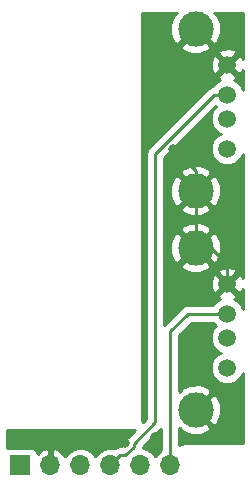
<source format=gbr>
G04 #@! TF.GenerationSoftware,KiCad,Pcbnew,(5.0.0)*
G04 #@! TF.CreationDate,2018-12-19T21:55:00+01:00*
G04 #@! TF.ProjectId,main,6D61696E2E6B696361645F7063620000,rev?*
G04 #@! TF.SameCoordinates,Original*
G04 #@! TF.FileFunction,Copper,L2,Bot,Signal*
G04 #@! TF.FilePolarity,Positive*
%FSLAX46Y46*%
G04 Gerber Fmt 4.6, Leading zero omitted, Abs format (unit mm)*
G04 Created by KiCad (PCBNEW (5.0.0)) date 12/19/18 21:55:00*
%MOMM*%
%LPD*%
G01*
G04 APERTURE LIST*
G04 #@! TA.AperFunction,ComponentPad*
%ADD10O,1.700000X1.700000*%
G04 #@! TD*
G04 #@! TA.AperFunction,ComponentPad*
%ADD11R,1.700000X1.700000*%
G04 #@! TD*
G04 #@! TA.AperFunction,ComponentPad*
%ADD12C,1.500000*%
G04 #@! TD*
G04 #@! TA.AperFunction,ComponentPad*
%ADD13C,3.000000*%
G04 #@! TD*
G04 #@! TA.AperFunction,ViaPad*
%ADD14C,0.800000*%
G04 #@! TD*
G04 #@! TA.AperFunction,Conductor*
%ADD15C,0.250000*%
G04 #@! TD*
G04 #@! TA.AperFunction,Conductor*
%ADD16C,0.254000*%
G04 #@! TD*
G04 APERTURE END LIST*
D10*
G04 #@! TO.P,J3,6*
G04 #@! TO.N,USB2_DP*
X242595400Y-164477700D03*
G04 #@! TO.P,J3,5*
G04 #@! TO.N,USB2_DM*
X240055400Y-164477700D03*
G04 #@! TO.P,J3,4*
G04 #@! TO.N,USB1_DP*
X237515400Y-164477700D03*
G04 #@! TO.P,J3,3*
G04 #@! TO.N,USB1_DM*
X234975400Y-164477700D03*
G04 #@! TO.P,J3,2*
G04 #@! TO.N,GND*
X232435400Y-164477700D03*
D11*
G04 #@! TO.P,J3,1*
G04 #@! TO.N,+5V*
X229895400Y-164477700D03*
G04 #@! TD*
D12*
G04 #@! TO.P,J1,4*
G04 #@! TO.N,GND*
X247396000Y-130558000D03*
G04 #@! TO.P,J1,3*
G04 #@! TO.N,USB1_DP*
X247396000Y-133098000D03*
G04 #@! TO.P,J1,2*
G04 #@! TO.N,USB1_DM*
X247396000Y-135128000D03*
G04 #@! TO.P,J1,1*
G04 #@! TO.N,+5V*
X247396000Y-137668000D03*
D13*
G04 #@! TO.P,J1,5*
G04 #@! TO.N,GND*
X244726000Y-127508000D03*
X244726000Y-141228000D03*
G04 #@! TD*
G04 #@! TO.P,J2,5*
G04 #@! TO.N,GND*
X244726000Y-159770000D03*
X244726000Y-146050000D03*
D12*
G04 #@! TO.P,J2,1*
G04 #@! TO.N,+5V*
X247396000Y-156210000D03*
G04 #@! TO.P,J2,2*
G04 #@! TO.N,USB2_DM*
X247396000Y-153670000D03*
G04 #@! TO.P,J2,3*
G04 #@! TO.N,USB2_DP*
X247396000Y-151640000D03*
G04 #@! TO.P,J2,4*
G04 #@! TO.N,GND*
X247396000Y-149100000D03*
G04 #@! TD*
D14*
G04 #@! TO.N,GND*
X242824000Y-137668000D03*
X235712000Y-162052000D03*
X241300000Y-162052000D03*
X238760000Y-162560000D03*
G04 #@! TD*
D15*
G04 #@! TO.N,GND*
X244726000Y-139570000D02*
X244726000Y-141228000D01*
X242824000Y-137668000D02*
X244726000Y-139570000D01*
X244726000Y-141228000D02*
X244726000Y-144780000D01*
X247396000Y-147450000D02*
X247396000Y-147830000D01*
X244726000Y-144780000D02*
X247396000Y-147450000D01*
X238252000Y-162052000D02*
X238360001Y-162160001D01*
X238360001Y-162160001D02*
X238760000Y-162560000D01*
X235712000Y-162052000D02*
X238252000Y-162052000D01*
X247396000Y-147830000D02*
X247396000Y-148592000D01*
G04 #@! TO.N,USB1_DP*
X241300000Y-160839004D02*
X241300000Y-138118998D01*
X246335340Y-133098000D02*
X247396000Y-133098000D01*
X238765303Y-163627701D02*
X239485002Y-162908002D01*
X239485002Y-162908002D02*
X239485002Y-162654002D01*
X241300000Y-138118998D02*
X246320998Y-133098000D01*
X237515400Y-164477700D02*
X238365399Y-163627701D01*
X246320998Y-133098000D02*
X246335340Y-133098000D01*
X239485002Y-162654002D02*
X241300000Y-160839004D01*
X238365399Y-163627701D02*
X238765303Y-163627701D01*
G04 #@! TO.N,USB2_DP*
X247396000Y-151638000D02*
X247396000Y-151132000D01*
X244094000Y-151638000D02*
X247396000Y-151638000D01*
X242595400Y-164477700D02*
X242595400Y-153136600D01*
X242595400Y-153136600D02*
X244094000Y-151638000D01*
G04 #@! TD*
D16*
G04 #@! TO.N,GND*
G36*
X239522000Y-161505909D02*
X239567305Y-161496897D01*
X239000531Y-162063672D01*
X238937073Y-162106073D01*
X238769098Y-162357465D01*
X238725002Y-162579150D01*
X238725002Y-162579155D01*
X238721515Y-162596688D01*
X238450502Y-162867701D01*
X238440245Y-162867701D01*
X238365398Y-162852813D01*
X238290551Y-162867701D01*
X238290547Y-162867701D01*
X238068862Y-162911797D01*
X237882145Y-163036558D01*
X237661656Y-162992700D01*
X237369144Y-162992700D01*
X236935982Y-163078861D01*
X236444775Y-163407075D01*
X236245400Y-163705461D01*
X236046025Y-163407075D01*
X235554818Y-163078861D01*
X235121656Y-162992700D01*
X234829144Y-162992700D01*
X234395982Y-163078861D01*
X233904775Y-163407075D01*
X233691557Y-163726178D01*
X233630583Y-163596342D01*
X233202324Y-163206055D01*
X232792290Y-163036224D01*
X232562400Y-163157545D01*
X232562400Y-164350700D01*
X232582400Y-164350700D01*
X232582400Y-164604700D01*
X232562400Y-164604700D01*
X232562400Y-164624700D01*
X232308400Y-164624700D01*
X232308400Y-164604700D01*
X232288400Y-164604700D01*
X232288400Y-164350700D01*
X232308400Y-164350700D01*
X232308400Y-163157545D01*
X232078510Y-163036224D01*
X231668476Y-163206055D01*
X231364139Y-163483408D01*
X231343557Y-163379935D01*
X231203209Y-163169891D01*
X230993165Y-163029543D01*
X230745400Y-162980260D01*
X229045400Y-162980260D01*
X228802000Y-163028675D01*
X228802000Y-161492000D01*
X239452074Y-161492000D01*
X239522000Y-161505909D01*
X239522000Y-161505909D01*
G37*
X239522000Y-161505909D02*
X239567305Y-161496897D01*
X239000531Y-162063672D01*
X238937073Y-162106073D01*
X238769098Y-162357465D01*
X238725002Y-162579150D01*
X238725002Y-162579155D01*
X238721515Y-162596688D01*
X238450502Y-162867701D01*
X238440245Y-162867701D01*
X238365398Y-162852813D01*
X238290551Y-162867701D01*
X238290547Y-162867701D01*
X238068862Y-162911797D01*
X237882145Y-163036558D01*
X237661656Y-162992700D01*
X237369144Y-162992700D01*
X236935982Y-163078861D01*
X236444775Y-163407075D01*
X236245400Y-163705461D01*
X236046025Y-163407075D01*
X235554818Y-163078861D01*
X235121656Y-162992700D01*
X234829144Y-162992700D01*
X234395982Y-163078861D01*
X233904775Y-163407075D01*
X233691557Y-163726178D01*
X233630583Y-163596342D01*
X233202324Y-163206055D01*
X232792290Y-163036224D01*
X232562400Y-163157545D01*
X232562400Y-164350700D01*
X232582400Y-164350700D01*
X232582400Y-164604700D01*
X232562400Y-164604700D01*
X232562400Y-164624700D01*
X232308400Y-164624700D01*
X232308400Y-164604700D01*
X232288400Y-164604700D01*
X232288400Y-164350700D01*
X232308400Y-164350700D01*
X232308400Y-163157545D01*
X232078510Y-163036224D01*
X231668476Y-163206055D01*
X231364139Y-163483408D01*
X231343557Y-163379935D01*
X231203209Y-163169891D01*
X230993165Y-163029543D01*
X230745400Y-162980260D01*
X229045400Y-162980260D01*
X228802000Y-163028675D01*
X228802000Y-161492000D01*
X239452074Y-161492000D01*
X239522000Y-161505909D01*
G36*
X241835400Y-163199522D02*
X241524775Y-163407075D01*
X241325400Y-163705461D01*
X241126025Y-163407075D01*
X240634818Y-163078861D01*
X240241468Y-163000619D01*
X240245002Y-162982854D01*
X240245002Y-162982850D01*
X240248490Y-162965315D01*
X241784473Y-161429333D01*
X241835400Y-161395304D01*
X241835400Y-163199522D01*
X241835400Y-163199522D01*
G37*
X241835400Y-163199522D02*
X241524775Y-163407075D01*
X241325400Y-163705461D01*
X241126025Y-163407075D01*
X240634818Y-163078861D01*
X240241468Y-163000619D01*
X240245002Y-162982854D01*
X240245002Y-162982850D01*
X240248490Y-162965315D01*
X241784473Y-161429333D01*
X241835400Y-161395304D01*
X241835400Y-163199522D01*
G36*
X246221853Y-152424540D02*
X246452313Y-152655000D01*
X246221853Y-152885460D01*
X246011000Y-153394506D01*
X246011000Y-153945494D01*
X246221853Y-154454540D01*
X246611460Y-154844147D01*
X246842870Y-154940000D01*
X246611460Y-155035853D01*
X246221853Y-155425460D01*
X246011000Y-155934506D01*
X246011000Y-156485494D01*
X246221853Y-156994540D01*
X246611460Y-157384147D01*
X247120506Y-157595000D01*
X247671494Y-157595000D01*
X248180540Y-157384147D01*
X248570147Y-156994540D01*
X248718001Y-156637588D01*
X248718001Y-162612000D01*
X243909926Y-162612000D01*
X243840000Y-162598091D01*
X243770075Y-162612000D01*
X243770074Y-162612000D01*
X243562972Y-162653195D01*
X243355400Y-162791890D01*
X243355400Y-161320208D01*
X243391636Y-161283972D01*
X243551418Y-161602739D01*
X244342187Y-161912723D01*
X245191387Y-161896497D01*
X245900582Y-161602739D01*
X246060365Y-161283970D01*
X244726000Y-159949605D01*
X244711858Y-159963748D01*
X244532253Y-159784143D01*
X244546395Y-159770000D01*
X244905605Y-159770000D01*
X246239970Y-161104365D01*
X246558739Y-160944582D01*
X246868723Y-160153813D01*
X246852497Y-159304613D01*
X246558739Y-158595418D01*
X246239970Y-158435635D01*
X244905605Y-159770000D01*
X244546395Y-159770000D01*
X244532253Y-159755858D01*
X244711858Y-159576253D01*
X244726000Y-159590395D01*
X246060365Y-158256030D01*
X245900582Y-157937261D01*
X245109813Y-157627277D01*
X244260613Y-157643503D01*
X243551418Y-157937261D01*
X243391636Y-158256028D01*
X243355400Y-158219792D01*
X243355400Y-153451401D01*
X244408803Y-152398000D01*
X246210860Y-152398000D01*
X246221853Y-152424540D01*
X246221853Y-152424540D01*
G37*
X246221853Y-152424540D02*
X246452313Y-152655000D01*
X246221853Y-152885460D01*
X246011000Y-153394506D01*
X246011000Y-153945494D01*
X246221853Y-154454540D01*
X246611460Y-154844147D01*
X246842870Y-154940000D01*
X246611460Y-155035853D01*
X246221853Y-155425460D01*
X246011000Y-155934506D01*
X246011000Y-156485494D01*
X246221853Y-156994540D01*
X246611460Y-157384147D01*
X247120506Y-157595000D01*
X247671494Y-157595000D01*
X248180540Y-157384147D01*
X248570147Y-156994540D01*
X248718001Y-156637588D01*
X248718001Y-162612000D01*
X243909926Y-162612000D01*
X243840000Y-162598091D01*
X243770075Y-162612000D01*
X243770074Y-162612000D01*
X243562972Y-162653195D01*
X243355400Y-162791890D01*
X243355400Y-161320208D01*
X243391636Y-161283972D01*
X243551418Y-161602739D01*
X244342187Y-161912723D01*
X245191387Y-161896497D01*
X245900582Y-161602739D01*
X246060365Y-161283970D01*
X244726000Y-159949605D01*
X244711858Y-159963748D01*
X244532253Y-159784143D01*
X244546395Y-159770000D01*
X244905605Y-159770000D01*
X246239970Y-161104365D01*
X246558739Y-160944582D01*
X246868723Y-160153813D01*
X246852497Y-159304613D01*
X246558739Y-158595418D01*
X246239970Y-158435635D01*
X244905605Y-159770000D01*
X244546395Y-159770000D01*
X244532253Y-159755858D01*
X244711858Y-159576253D01*
X244726000Y-159590395D01*
X246060365Y-158256030D01*
X245900582Y-157937261D01*
X245109813Y-157627277D01*
X244260613Y-157643503D01*
X243551418Y-157937261D01*
X243391636Y-158256028D01*
X243355400Y-158219792D01*
X243355400Y-153451401D01*
X244408803Y-152398000D01*
X246210860Y-152398000D01*
X246221853Y-152424540D01*
G36*
X242893261Y-126333418D02*
X242583277Y-127124187D01*
X242599503Y-127973387D01*
X242893261Y-128682582D01*
X243212030Y-128842365D01*
X244546395Y-127508000D01*
X244532253Y-127493858D01*
X244711858Y-127314253D01*
X244726000Y-127328395D01*
X244740143Y-127314253D01*
X244919748Y-127493858D01*
X244905605Y-127508000D01*
X246239970Y-128842365D01*
X246558739Y-128682582D01*
X246868723Y-127891813D01*
X246852497Y-127042613D01*
X246558739Y-126333418D01*
X246264638Y-126186000D01*
X248718000Y-126186000D01*
X248718000Y-130098529D01*
X248608460Y-129834077D01*
X248367517Y-129766088D01*
X247575605Y-130558000D01*
X248367517Y-131349912D01*
X248608460Y-131281923D01*
X248718000Y-130974132D01*
X248718000Y-132670410D01*
X248570147Y-132313460D01*
X248180540Y-131923853D01*
X247965070Y-131834603D01*
X248119923Y-131770460D01*
X248187912Y-131529517D01*
X247396000Y-130737605D01*
X246604088Y-131529517D01*
X246672077Y-131770460D01*
X246838658Y-131829745D01*
X246611460Y-131923853D01*
X246221853Y-132313460D01*
X246208594Y-132345470D01*
X246024461Y-132382096D01*
X246024459Y-132382097D01*
X246024460Y-132382097D01*
X245836524Y-132507671D01*
X245836522Y-132507673D01*
X245773069Y-132550071D01*
X245730671Y-132613524D01*
X240815528Y-137528669D01*
X240752072Y-137571069D01*
X240709672Y-137634525D01*
X240709671Y-137634526D01*
X240584097Y-137822461D01*
X240525112Y-138118998D01*
X240540001Y-138193850D01*
X240540000Y-160524202D01*
X240236897Y-160827305D01*
X240245909Y-160782000D01*
X240232000Y-160712074D01*
X240232000Y-130353171D01*
X245998799Y-130353171D01*
X246026770Y-130903448D01*
X246183540Y-131281923D01*
X246424483Y-131349912D01*
X247216395Y-130558000D01*
X246424483Y-129766088D01*
X246183540Y-129834077D01*
X245998799Y-130353171D01*
X240232000Y-130353171D01*
X240232000Y-129021970D01*
X243391635Y-129021970D01*
X243551418Y-129340739D01*
X244342187Y-129650723D01*
X245191387Y-129634497D01*
X245307303Y-129586483D01*
X246604088Y-129586483D01*
X247396000Y-130378395D01*
X248187912Y-129586483D01*
X248119923Y-129345540D01*
X247600829Y-129160799D01*
X247050552Y-129188770D01*
X246672077Y-129345540D01*
X246604088Y-129586483D01*
X245307303Y-129586483D01*
X245900582Y-129340739D01*
X246060365Y-129021970D01*
X244726000Y-127687605D01*
X243391635Y-129021970D01*
X240232000Y-129021970D01*
X240232000Y-126186000D01*
X243187362Y-126186000D01*
X242893261Y-126333418D01*
X242893261Y-126333418D01*
G37*
X242893261Y-126333418D02*
X242583277Y-127124187D01*
X242599503Y-127973387D01*
X242893261Y-128682582D01*
X243212030Y-128842365D01*
X244546395Y-127508000D01*
X244532253Y-127493858D01*
X244711858Y-127314253D01*
X244726000Y-127328395D01*
X244740143Y-127314253D01*
X244919748Y-127493858D01*
X244905605Y-127508000D01*
X246239970Y-128842365D01*
X246558739Y-128682582D01*
X246868723Y-127891813D01*
X246852497Y-127042613D01*
X246558739Y-126333418D01*
X246264638Y-126186000D01*
X248718000Y-126186000D01*
X248718000Y-130098529D01*
X248608460Y-129834077D01*
X248367517Y-129766088D01*
X247575605Y-130558000D01*
X248367517Y-131349912D01*
X248608460Y-131281923D01*
X248718000Y-130974132D01*
X248718000Y-132670410D01*
X248570147Y-132313460D01*
X248180540Y-131923853D01*
X247965070Y-131834603D01*
X248119923Y-131770460D01*
X248187912Y-131529517D01*
X247396000Y-130737605D01*
X246604088Y-131529517D01*
X246672077Y-131770460D01*
X246838658Y-131829745D01*
X246611460Y-131923853D01*
X246221853Y-132313460D01*
X246208594Y-132345470D01*
X246024461Y-132382096D01*
X246024459Y-132382097D01*
X246024460Y-132382097D01*
X245836524Y-132507671D01*
X245836522Y-132507673D01*
X245773069Y-132550071D01*
X245730671Y-132613524D01*
X240815528Y-137528669D01*
X240752072Y-137571069D01*
X240709672Y-137634525D01*
X240709671Y-137634526D01*
X240584097Y-137822461D01*
X240525112Y-138118998D01*
X240540001Y-138193850D01*
X240540000Y-160524202D01*
X240236897Y-160827305D01*
X240245909Y-160782000D01*
X240232000Y-160712074D01*
X240232000Y-130353171D01*
X245998799Y-130353171D01*
X246026770Y-130903448D01*
X246183540Y-131281923D01*
X246424483Y-131349912D01*
X247216395Y-130558000D01*
X246424483Y-129766088D01*
X246183540Y-129834077D01*
X245998799Y-130353171D01*
X240232000Y-130353171D01*
X240232000Y-129021970D01*
X243391635Y-129021970D01*
X243551418Y-129340739D01*
X244342187Y-129650723D01*
X245191387Y-129634497D01*
X245307303Y-129586483D01*
X246604088Y-129586483D01*
X247396000Y-130378395D01*
X248187912Y-129586483D01*
X248119923Y-129345540D01*
X247600829Y-129160799D01*
X247050552Y-129188770D01*
X246672077Y-129345540D01*
X246604088Y-129586483D01*
X245307303Y-129586483D01*
X245900582Y-129340739D01*
X246060365Y-129021970D01*
X244726000Y-127687605D01*
X243391635Y-129021970D01*
X240232000Y-129021970D01*
X240232000Y-126186000D01*
X243187362Y-126186000D01*
X242893261Y-126333418D01*
G36*
X246452313Y-134113000D02*
X246221853Y-134343460D01*
X246011000Y-134852506D01*
X246011000Y-135403494D01*
X246221853Y-135912540D01*
X246611460Y-136302147D01*
X246842870Y-136398000D01*
X246611460Y-136493853D01*
X246221853Y-136883460D01*
X246011000Y-137392506D01*
X246011000Y-137943494D01*
X246221853Y-138452540D01*
X246611460Y-138842147D01*
X247120506Y-139053000D01*
X247671494Y-139053000D01*
X248180540Y-138842147D01*
X248570147Y-138452540D01*
X248718000Y-138095589D01*
X248718001Y-148640531D01*
X248608460Y-148376077D01*
X248367517Y-148308088D01*
X247575605Y-149100000D01*
X248367517Y-149891912D01*
X248608460Y-149823923D01*
X248718001Y-149516131D01*
X248718001Y-151212412D01*
X248570147Y-150855460D01*
X248180540Y-150465853D01*
X247965070Y-150376603D01*
X248119923Y-150312460D01*
X248187912Y-150071517D01*
X247396000Y-149279605D01*
X246604088Y-150071517D01*
X246672077Y-150312460D01*
X246838658Y-150371745D01*
X246611460Y-150465853D01*
X246221853Y-150855460D01*
X246212517Y-150878000D01*
X244168846Y-150878000D01*
X244093999Y-150863112D01*
X244019152Y-150878000D01*
X244019148Y-150878000D01*
X243797463Y-150922096D01*
X243797461Y-150922097D01*
X243797462Y-150922097D01*
X243609526Y-151047671D01*
X243609524Y-151047673D01*
X243546071Y-151090071D01*
X243503673Y-151153524D01*
X242110928Y-152546271D01*
X242060000Y-152580300D01*
X242060000Y-148895171D01*
X245998799Y-148895171D01*
X246026770Y-149445448D01*
X246183540Y-149823923D01*
X246424483Y-149891912D01*
X247216395Y-149100000D01*
X246424483Y-148308088D01*
X246183540Y-148376077D01*
X245998799Y-148895171D01*
X242060000Y-148895171D01*
X242060000Y-147563970D01*
X243391635Y-147563970D01*
X243551418Y-147882739D01*
X244342187Y-148192723D01*
X245191387Y-148176497D01*
X245307303Y-148128483D01*
X246604088Y-148128483D01*
X247396000Y-148920395D01*
X248187912Y-148128483D01*
X248119923Y-147887540D01*
X247600829Y-147702799D01*
X247050552Y-147730770D01*
X246672077Y-147887540D01*
X246604088Y-148128483D01*
X245307303Y-148128483D01*
X245900582Y-147882739D01*
X246060365Y-147563970D01*
X244726000Y-146229605D01*
X243391635Y-147563970D01*
X242060000Y-147563970D01*
X242060000Y-145666187D01*
X242583277Y-145666187D01*
X242599503Y-146515387D01*
X242893261Y-147224582D01*
X243212030Y-147384365D01*
X244546395Y-146050000D01*
X244905605Y-146050000D01*
X246239970Y-147384365D01*
X246558739Y-147224582D01*
X246868723Y-146433813D01*
X246852497Y-145584613D01*
X246558739Y-144875418D01*
X246239970Y-144715635D01*
X244905605Y-146050000D01*
X244546395Y-146050000D01*
X243212030Y-144715635D01*
X242893261Y-144875418D01*
X242583277Y-145666187D01*
X242060000Y-145666187D01*
X242060000Y-144536030D01*
X243391635Y-144536030D01*
X244726000Y-145870395D01*
X246060365Y-144536030D01*
X245900582Y-144217261D01*
X245109813Y-143907277D01*
X244260613Y-143923503D01*
X243551418Y-144217261D01*
X243391635Y-144536030D01*
X242060000Y-144536030D01*
X242060000Y-142741970D01*
X243391635Y-142741970D01*
X243551418Y-143060739D01*
X244342187Y-143370723D01*
X245191387Y-143354497D01*
X245900582Y-143060739D01*
X246060365Y-142741970D01*
X244726000Y-141407605D01*
X243391635Y-142741970D01*
X242060000Y-142741970D01*
X242060000Y-140844187D01*
X242583277Y-140844187D01*
X242599503Y-141693387D01*
X242893261Y-142402582D01*
X243212030Y-142562365D01*
X244546395Y-141228000D01*
X244905605Y-141228000D01*
X246239970Y-142562365D01*
X246558739Y-142402582D01*
X246868723Y-141611813D01*
X246852497Y-140762613D01*
X246558739Y-140053418D01*
X246239970Y-139893635D01*
X244905605Y-141228000D01*
X244546395Y-141228000D01*
X243212030Y-139893635D01*
X242893261Y-140053418D01*
X242583277Y-140844187D01*
X242060000Y-140844187D01*
X242060000Y-139714030D01*
X243391635Y-139714030D01*
X244726000Y-141048395D01*
X246060365Y-139714030D01*
X245900582Y-139395261D01*
X245109813Y-139085277D01*
X244260613Y-139101503D01*
X243551418Y-139395261D01*
X243391635Y-139714030D01*
X242060000Y-139714030D01*
X242060000Y-138433799D01*
X246416557Y-134077244D01*
X246452313Y-134113000D01*
X246452313Y-134113000D01*
G37*
X246452313Y-134113000D02*
X246221853Y-134343460D01*
X246011000Y-134852506D01*
X246011000Y-135403494D01*
X246221853Y-135912540D01*
X246611460Y-136302147D01*
X246842870Y-136398000D01*
X246611460Y-136493853D01*
X246221853Y-136883460D01*
X246011000Y-137392506D01*
X246011000Y-137943494D01*
X246221853Y-138452540D01*
X246611460Y-138842147D01*
X247120506Y-139053000D01*
X247671494Y-139053000D01*
X248180540Y-138842147D01*
X248570147Y-138452540D01*
X248718000Y-138095589D01*
X248718001Y-148640531D01*
X248608460Y-148376077D01*
X248367517Y-148308088D01*
X247575605Y-149100000D01*
X248367517Y-149891912D01*
X248608460Y-149823923D01*
X248718001Y-149516131D01*
X248718001Y-151212412D01*
X248570147Y-150855460D01*
X248180540Y-150465853D01*
X247965070Y-150376603D01*
X248119923Y-150312460D01*
X248187912Y-150071517D01*
X247396000Y-149279605D01*
X246604088Y-150071517D01*
X246672077Y-150312460D01*
X246838658Y-150371745D01*
X246611460Y-150465853D01*
X246221853Y-150855460D01*
X246212517Y-150878000D01*
X244168846Y-150878000D01*
X244093999Y-150863112D01*
X244019152Y-150878000D01*
X244019148Y-150878000D01*
X243797463Y-150922096D01*
X243797461Y-150922097D01*
X243797462Y-150922097D01*
X243609526Y-151047671D01*
X243609524Y-151047673D01*
X243546071Y-151090071D01*
X243503673Y-151153524D01*
X242110928Y-152546271D01*
X242060000Y-152580300D01*
X242060000Y-148895171D01*
X245998799Y-148895171D01*
X246026770Y-149445448D01*
X246183540Y-149823923D01*
X246424483Y-149891912D01*
X247216395Y-149100000D01*
X246424483Y-148308088D01*
X246183540Y-148376077D01*
X245998799Y-148895171D01*
X242060000Y-148895171D01*
X242060000Y-147563970D01*
X243391635Y-147563970D01*
X243551418Y-147882739D01*
X244342187Y-148192723D01*
X245191387Y-148176497D01*
X245307303Y-148128483D01*
X246604088Y-148128483D01*
X247396000Y-148920395D01*
X248187912Y-148128483D01*
X248119923Y-147887540D01*
X247600829Y-147702799D01*
X247050552Y-147730770D01*
X246672077Y-147887540D01*
X246604088Y-148128483D01*
X245307303Y-148128483D01*
X245900582Y-147882739D01*
X246060365Y-147563970D01*
X244726000Y-146229605D01*
X243391635Y-147563970D01*
X242060000Y-147563970D01*
X242060000Y-145666187D01*
X242583277Y-145666187D01*
X242599503Y-146515387D01*
X242893261Y-147224582D01*
X243212030Y-147384365D01*
X244546395Y-146050000D01*
X244905605Y-146050000D01*
X246239970Y-147384365D01*
X246558739Y-147224582D01*
X246868723Y-146433813D01*
X246852497Y-145584613D01*
X246558739Y-144875418D01*
X246239970Y-144715635D01*
X244905605Y-146050000D01*
X244546395Y-146050000D01*
X243212030Y-144715635D01*
X242893261Y-144875418D01*
X242583277Y-145666187D01*
X242060000Y-145666187D01*
X242060000Y-144536030D01*
X243391635Y-144536030D01*
X244726000Y-145870395D01*
X246060365Y-144536030D01*
X245900582Y-144217261D01*
X245109813Y-143907277D01*
X244260613Y-143923503D01*
X243551418Y-144217261D01*
X243391635Y-144536030D01*
X242060000Y-144536030D01*
X242060000Y-142741970D01*
X243391635Y-142741970D01*
X243551418Y-143060739D01*
X244342187Y-143370723D01*
X245191387Y-143354497D01*
X245900582Y-143060739D01*
X246060365Y-142741970D01*
X244726000Y-141407605D01*
X243391635Y-142741970D01*
X242060000Y-142741970D01*
X242060000Y-140844187D01*
X242583277Y-140844187D01*
X242599503Y-141693387D01*
X242893261Y-142402582D01*
X243212030Y-142562365D01*
X244546395Y-141228000D01*
X244905605Y-141228000D01*
X246239970Y-142562365D01*
X246558739Y-142402582D01*
X246868723Y-141611813D01*
X246852497Y-140762613D01*
X246558739Y-140053418D01*
X246239970Y-139893635D01*
X244905605Y-141228000D01*
X244546395Y-141228000D01*
X243212030Y-139893635D01*
X242893261Y-140053418D01*
X242583277Y-140844187D01*
X242060000Y-140844187D01*
X242060000Y-139714030D01*
X243391635Y-139714030D01*
X244726000Y-141048395D01*
X246060365Y-139714030D01*
X245900582Y-139395261D01*
X245109813Y-139085277D01*
X244260613Y-139101503D01*
X243551418Y-139395261D01*
X243391635Y-139714030D01*
X242060000Y-139714030D01*
X242060000Y-138433799D01*
X246416557Y-134077244D01*
X246452313Y-134113000D01*
G04 #@! TD*
M02*

</source>
